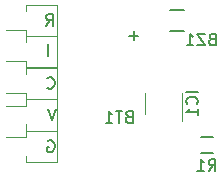
<source format=gbo>
G04 #@! TF.FileFunction,Legend,Bot*
%FSLAX46Y46*%
G04 Gerber Fmt 4.6, Leading zero omitted, Abs format (unit mm)*
G04 Created by KiCad (PCBNEW 4.0.4-stable) date 08/29/17 21:10:05*
%MOMM*%
%LPD*%
G01*
G04 APERTURE LIST*
%ADD10C,0.100000*%
%ADD11C,0.150000*%
%ADD12C,0.120000*%
G04 APERTURE END LIST*
D10*
D11*
X18237260Y-9429040D02*
X17237260Y-9429040D01*
X17237260Y-10779040D02*
X18237260Y-10779040D01*
X15737260Y1320960D02*
X14537260Y1320960D01*
X14537260Y-429040D02*
X15737260Y-429040D01*
D12*
X12477260Y-7434040D02*
X12477260Y-5674040D01*
X15547260Y-5674040D02*
X15547260Y-8104040D01*
X5017260Y-9404040D02*
X5017260Y-8874040D01*
X5017260Y-8874040D02*
X2357260Y-8874040D01*
X2357260Y-8874040D02*
X2357260Y-9404040D01*
X5017260Y-11004040D02*
X5017260Y-11534040D01*
X5017260Y-11534040D02*
X2357260Y-11534040D01*
X2357260Y-11534040D02*
X2357260Y-11004040D01*
X5017260Y-8874040D02*
X5017260Y-11534040D01*
X2357260Y-9404040D02*
X687260Y-9404040D01*
X5017260Y-6754040D02*
X5017260Y-6224040D01*
X5017260Y-6224040D02*
X2357260Y-6224040D01*
X2357260Y-6224040D02*
X2357260Y-6754040D01*
X5017260Y-8354040D02*
X5017260Y-8884040D01*
X5017260Y-8884040D02*
X2357260Y-8884040D01*
X2357260Y-8884040D02*
X2357260Y-8354040D01*
X5017260Y-6224040D02*
X5017260Y-8884040D01*
X2357260Y-6754040D02*
X687260Y-6754040D01*
X2357260Y-3004040D02*
X2357260Y-3534040D01*
X2357260Y-3534040D02*
X5017260Y-3534040D01*
X5017260Y-3534040D02*
X5017260Y-3004040D01*
X2357260Y-1404040D02*
X2357260Y-874040D01*
X2357260Y-874040D02*
X5017260Y-874040D01*
X5017260Y-874040D02*
X5017260Y-1404040D01*
X5017260Y-3534040D02*
X5017260Y-874040D01*
X2357260Y-3004040D02*
X687260Y-3004040D01*
X2357260Y-5654040D02*
X2357260Y-6184040D01*
X2357260Y-6184040D02*
X5017260Y-6184040D01*
X5017260Y-6184040D02*
X5017260Y-5654040D01*
X2357260Y-4054040D02*
X2357260Y-3524040D01*
X2357260Y-3524040D02*
X5017260Y-3524040D01*
X5017260Y-3524040D02*
X5017260Y-4054040D01*
X5017260Y-6184040D02*
X5017260Y-3524040D01*
X2357260Y-5654040D02*
X687260Y-5654040D01*
X2357260Y-354040D02*
X2357260Y-884040D01*
X2357260Y-884040D02*
X5017260Y-884040D01*
X5017260Y-884040D02*
X5017260Y-354040D01*
X2357260Y1245960D02*
X2357260Y1775960D01*
X2357260Y1775960D02*
X5017260Y1775960D01*
X5017260Y1775960D02*
X5017260Y1245960D01*
X5017260Y-884040D02*
X5017260Y1775960D01*
X2357260Y-354040D02*
X687260Y-354040D01*
D11*
X17849926Y-12288421D02*
X18183260Y-11812230D01*
X18421355Y-12288421D02*
X18421355Y-11288421D01*
X18040402Y-11288421D01*
X17945164Y-11336040D01*
X17897545Y-11383659D01*
X17849926Y-11478897D01*
X17849926Y-11621754D01*
X17897545Y-11716992D01*
X17945164Y-11764611D01*
X18040402Y-11812230D01*
X18421355Y-11812230D01*
X16897545Y-12288421D02*
X17468974Y-12288421D01*
X17183260Y-12288421D02*
X17183260Y-11288421D01*
X17278498Y-11431278D01*
X17373736Y-11526516D01*
X17468974Y-11574135D01*
X18118212Y-1132611D02*
X17975355Y-1180230D01*
X17927736Y-1227850D01*
X17880117Y-1323088D01*
X17880117Y-1465945D01*
X17927736Y-1561183D01*
X17975355Y-1608802D01*
X18070593Y-1656421D01*
X18451546Y-1656421D01*
X18451546Y-656421D01*
X18118212Y-656421D01*
X18022974Y-704040D01*
X17975355Y-751659D01*
X17927736Y-846897D01*
X17927736Y-942135D01*
X17975355Y-1037373D01*
X18022974Y-1084992D01*
X18118212Y-1132611D01*
X18451546Y-1132611D01*
X17546784Y-656421D02*
X16880117Y-656421D01*
X17546784Y-1656421D01*
X16880117Y-1656421D01*
X15975355Y-1656421D02*
X16546784Y-1656421D01*
X16261070Y-1656421D02*
X16261070Y-656421D01*
X16356308Y-799278D01*
X16451546Y-894516D01*
X16546784Y-942135D01*
X11072974Y-7682611D02*
X10930117Y-7730230D01*
X10882498Y-7777850D01*
X10834879Y-7873088D01*
X10834879Y-8015945D01*
X10882498Y-8111183D01*
X10930117Y-8158802D01*
X11025355Y-8206421D01*
X11406308Y-8206421D01*
X11406308Y-7206421D01*
X11072974Y-7206421D01*
X10977736Y-7254040D01*
X10930117Y-7301659D01*
X10882498Y-7396897D01*
X10882498Y-7492135D01*
X10930117Y-7587373D01*
X10977736Y-7634992D01*
X11072974Y-7682611D01*
X11406308Y-7682611D01*
X10549165Y-7206421D02*
X9977736Y-7206421D01*
X10263451Y-8206421D02*
X10263451Y-7206421D01*
X9120593Y-8206421D02*
X9692022Y-8206421D01*
X9406308Y-8206421D02*
X9406308Y-7206421D01*
X9501546Y-7349278D01*
X9596784Y-7444516D01*
X9692022Y-7492135D01*
X11868212Y-825469D02*
X11106307Y-825469D01*
X11487259Y-1206421D02*
X11487259Y-444516D01*
X16939641Y-5577850D02*
X15939641Y-5577850D01*
X16844403Y-6625469D02*
X16892022Y-6577850D01*
X16939641Y-6434993D01*
X16939641Y-6339755D01*
X16892022Y-6196897D01*
X16796784Y-6101659D01*
X16701546Y-6054040D01*
X16511070Y-6006421D01*
X16368212Y-6006421D01*
X16177736Y-6054040D01*
X16082498Y-6101659D01*
X15987260Y-6196897D01*
X15939641Y-6339755D01*
X15939641Y-6434993D01*
X15987260Y-6577850D01*
X16034879Y-6625469D01*
X16939641Y-7577850D02*
X16939641Y-7006421D01*
X16939641Y-7292135D02*
X15939641Y-7292135D01*
X16082498Y-7196897D01*
X16177736Y-7101659D01*
X16225355Y-7006421D01*
X4225355Y-9754040D02*
X4320593Y-9706421D01*
X4463450Y-9706421D01*
X4606308Y-9754040D01*
X4701546Y-9849278D01*
X4749165Y-9944516D01*
X4796784Y-10134992D01*
X4796784Y-10277850D01*
X4749165Y-10468326D01*
X4701546Y-10563564D01*
X4606308Y-10658802D01*
X4463450Y-10706421D01*
X4368212Y-10706421D01*
X4225355Y-10658802D01*
X4177736Y-10611183D01*
X4177736Y-10277850D01*
X4368212Y-10277850D01*
X4920593Y-7006421D02*
X4587260Y-8006421D01*
X4253926Y-7006421D01*
X4237260Y-2556421D02*
X4237260Y-1556421D01*
X4177736Y-5261183D02*
X4225355Y-5308802D01*
X4368212Y-5356421D01*
X4463450Y-5356421D01*
X4606308Y-5308802D01*
X4701546Y-5213564D01*
X4749165Y-5118326D01*
X4796784Y-4927850D01*
X4796784Y-4784992D01*
X4749165Y-4594516D01*
X4701546Y-4499278D01*
X4606308Y-4404040D01*
X4463450Y-4356421D01*
X4368212Y-4356421D01*
X4225355Y-4404040D01*
X4177736Y-4451659D01*
X4077736Y-6421D02*
X4411070Y469770D01*
X4649165Y-6421D02*
X4649165Y993579D01*
X4268212Y993579D01*
X4172974Y945960D01*
X4125355Y898341D01*
X4077736Y803103D01*
X4077736Y660246D01*
X4125355Y565008D01*
X4172974Y517389D01*
X4268212Y469770D01*
X4649165Y469770D01*
M02*

</source>
